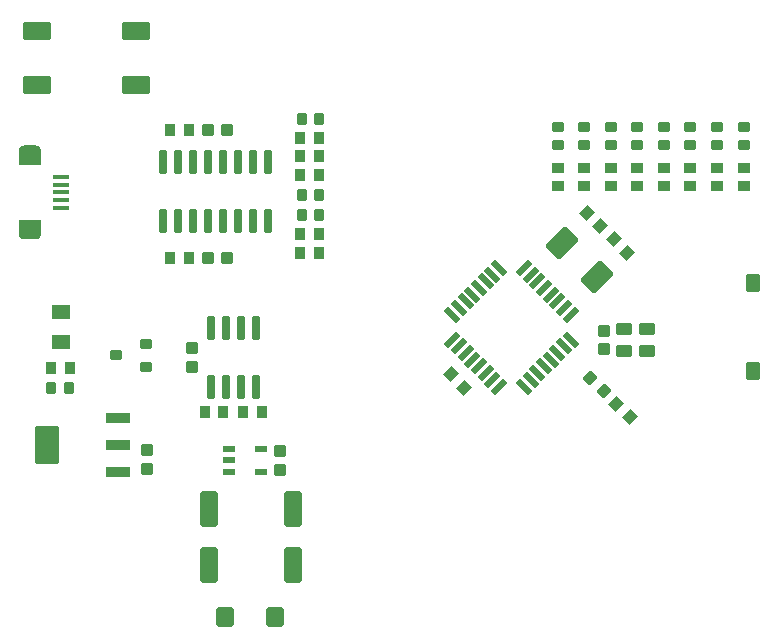
<source format=gtp>
G04*
G04 #@! TF.GenerationSoftware,Altium Limited,Altium Designer,23.0.1 (38)*
G04*
G04 Layer_Color=8421504*
%FSLAX44Y44*%
%MOMM*%
G71*
G04*
G04 #@! TF.SameCoordinates,88FC3FB3-D5F9-4073-A5BC-648FF294B969*
G04*
G04*
G04 #@! TF.FilePolarity,Positive*
G04*
G01*
G75*
G04:AMPARAMS|DCode=20|XSize=1.05mm|YSize=0.8mm|CornerRadius=0.08mm|HoleSize=0mm|Usage=FLASHONLY|Rotation=90.000|XOffset=0mm|YOffset=0mm|HoleType=Round|Shape=RoundedRectangle|*
%AMROUNDEDRECTD20*
21,1,1.0500,0.6400,0,0,90.0*
21,1,0.8900,0.8000,0,0,90.0*
1,1,0.1600,0.3200,0.4450*
1,1,0.1600,0.3200,-0.4450*
1,1,0.1600,-0.3200,-0.4450*
1,1,0.1600,-0.3200,0.4450*
%
%ADD20ROUNDEDRECTD20*%
G04:AMPARAMS|DCode=21|XSize=1.5mm|YSize=1.2mm|CornerRadius=0.12mm|HoleSize=0mm|Usage=FLASHONLY|Rotation=90.000|XOffset=0mm|YOffset=0mm|HoleType=Round|Shape=RoundedRectangle|*
%AMROUNDEDRECTD21*
21,1,1.5000,0.9600,0,0,90.0*
21,1,1.2600,1.2000,0,0,90.0*
1,1,0.2400,0.4800,0.6300*
1,1,0.2400,0.4800,-0.6300*
1,1,0.2400,-0.4800,-0.6300*
1,1,0.2400,-0.4800,0.6300*
%
%ADD21ROUNDEDRECTD21*%
G04:AMPARAMS|DCode=22|XSize=2.4mm|YSize=1.5mm|CornerRadius=0.15mm|HoleSize=0mm|Usage=FLASHONLY|Rotation=180.000|XOffset=0mm|YOffset=0mm|HoleType=Round|Shape=RoundedRectangle|*
%AMROUNDEDRECTD22*
21,1,2.4000,1.2000,0,0,180.0*
21,1,2.1000,1.5000,0,0,180.0*
1,1,0.3000,-1.0500,0.6000*
1,1,0.3000,1.0500,0.6000*
1,1,0.3000,1.0500,-0.6000*
1,1,0.3000,-1.0500,-0.6000*
%
%ADD22ROUNDEDRECTD22*%
G04:AMPARAMS|DCode=23|XSize=3mm|YSize=1.5mm|CornerRadius=0.15mm|HoleSize=0mm|Usage=FLASHONLY|Rotation=90.000|XOffset=0mm|YOffset=0mm|HoleType=Round|Shape=RoundedRectangle|*
%AMROUNDEDRECTD23*
21,1,3.0000,1.2000,0,0,90.0*
21,1,2.7000,1.5000,0,0,90.0*
1,1,0.3000,0.6000,1.3500*
1,1,0.3000,0.6000,-1.3500*
1,1,0.3000,-0.6000,-1.3500*
1,1,0.3000,-0.6000,1.3500*
%
%ADD23ROUNDEDRECTD23*%
G04:AMPARAMS|DCode=24|XSize=1.2mm|YSize=1.6mm|CornerRadius=0.12mm|HoleSize=0mm|Usage=FLASHONLY|Rotation=90.000|XOffset=0mm|YOffset=0mm|HoleType=Round|Shape=RoundedRectangle|*
%AMROUNDEDRECTD24*
21,1,1.2000,1.3600,0,0,90.0*
21,1,0.9600,1.6000,0,0,90.0*
1,1,0.2400,0.6800,0.4800*
1,1,0.2400,0.6800,-0.4800*
1,1,0.2400,-0.6800,-0.4800*
1,1,0.2400,-0.6800,0.4800*
%
%ADD24ROUNDEDRECTD24*%
G04:AMPARAMS|DCode=25|XSize=1mm|YSize=1.4mm|CornerRadius=0.125mm|HoleSize=0mm|Usage=FLASHONLY|Rotation=90.000|XOffset=0mm|YOffset=0mm|HoleType=Round|Shape=RoundedRectangle|*
%AMROUNDEDRECTD25*
21,1,1.0000,1.1500,0,0,90.0*
21,1,0.7500,1.4000,0,0,90.0*
1,1,0.2500,0.5750,0.3750*
1,1,0.2500,0.5750,-0.3750*
1,1,0.2500,-0.5750,-0.3750*
1,1,0.2500,-0.5750,0.3750*
%
%ADD25ROUNDEDRECTD25*%
G04:AMPARAMS|DCode=26|XSize=0.9mm|YSize=1mm|CornerRadius=0.09mm|HoleSize=0mm|Usage=FLASHONLY|Rotation=315.000|XOffset=0mm|YOffset=0mm|HoleType=Round|Shape=RoundedRectangle|*
%AMROUNDEDRECTD26*
21,1,0.9000,0.8200,0,0,315.0*
21,1,0.7200,1.0000,0,0,315.0*
1,1,0.1800,-0.0354,-0.5445*
1,1,0.1800,-0.5445,-0.0354*
1,1,0.1800,0.0354,0.5445*
1,1,0.1800,0.5445,0.0354*
%
%ADD26ROUNDEDRECTD26*%
G04:AMPARAMS|DCode=27|XSize=0.94mm|YSize=1.02mm|CornerRadius=0.094mm|HoleSize=0mm|Usage=FLASHONLY|Rotation=135.000|XOffset=0mm|YOffset=0mm|HoleType=Round|Shape=RoundedRectangle|*
%AMROUNDEDRECTD27*
21,1,0.9400,0.8320,0,0,135.0*
21,1,0.7520,1.0200,0,0,135.0*
1,1,0.1880,0.0283,0.5600*
1,1,0.1880,0.5600,0.0283*
1,1,0.1880,-0.0283,-0.5600*
1,1,0.1880,-0.5600,-0.0283*
%
%ADD27ROUNDEDRECTD27*%
G04:AMPARAMS|DCode=28|XSize=0.9mm|YSize=1mm|CornerRadius=0.09mm|HoleSize=0mm|Usage=FLASHONLY|Rotation=0.000|XOffset=0mm|YOffset=0mm|HoleType=Round|Shape=RoundedRectangle|*
%AMROUNDEDRECTD28*
21,1,0.9000,0.8200,0,0,0.0*
21,1,0.7200,1.0000,0,0,0.0*
1,1,0.1800,0.3600,-0.4100*
1,1,0.1800,-0.3600,-0.4100*
1,1,0.1800,-0.3600,0.4100*
1,1,0.1800,0.3600,0.4100*
%
%ADD28ROUNDEDRECTD28*%
G04:AMPARAMS|DCode=29|XSize=0.4mm|YSize=1.35mm|CornerRadius=0.04mm|HoleSize=0mm|Usage=FLASHONLY|Rotation=270.000|XOffset=0mm|YOffset=0mm|HoleType=Round|Shape=RoundedRectangle|*
%AMROUNDEDRECTD29*
21,1,0.4000,1.2700,0,0,270.0*
21,1,0.3200,1.3500,0,0,270.0*
1,1,0.0800,-0.6350,-0.1600*
1,1,0.0800,-0.6350,0.1600*
1,1,0.0800,0.6350,0.1600*
1,1,0.0800,0.6350,-0.1600*
%
%ADD29ROUNDEDRECTD29*%
G04:AMPARAMS|DCode=30|XSize=0.94mm|YSize=1.02mm|CornerRadius=0.094mm|HoleSize=0mm|Usage=FLASHONLY|Rotation=180.000|XOffset=0mm|YOffset=0mm|HoleType=Round|Shape=RoundedRectangle|*
%AMROUNDEDRECTD30*
21,1,0.9400,0.8320,0,0,180.0*
21,1,0.7520,1.0200,0,0,180.0*
1,1,0.1880,-0.3760,0.4160*
1,1,0.1880,0.3760,0.4160*
1,1,0.1880,0.3760,-0.4160*
1,1,0.1880,-0.3760,-0.4160*
%
%ADD30ROUNDEDRECTD30*%
G04:AMPARAMS|DCode=31|XSize=1.97mm|YSize=0.6mm|CornerRadius=0.075mm|HoleSize=0mm|Usage=FLASHONLY|Rotation=90.000|XOffset=0mm|YOffset=0mm|HoleType=Round|Shape=RoundedRectangle|*
%AMROUNDEDRECTD31*
21,1,1.9700,0.4500,0,0,90.0*
21,1,1.8200,0.6000,0,0,90.0*
1,1,0.1500,0.2250,0.9100*
1,1,0.1500,0.2250,-0.9100*
1,1,0.1500,-0.2250,-0.9100*
1,1,0.1500,-0.2250,0.9100*
%
%ADD31ROUNDEDRECTD31*%
G04:AMPARAMS|DCode=32|XSize=0.9mm|YSize=0.95mm|CornerRadius=0.09mm|HoleSize=0mm|Usage=FLASHONLY|Rotation=270.000|XOffset=0mm|YOffset=0mm|HoleType=Round|Shape=RoundedRectangle|*
%AMROUNDEDRECTD32*
21,1,0.9000,0.7700,0,0,270.0*
21,1,0.7200,0.9500,0,0,270.0*
1,1,0.1800,-0.3850,-0.3600*
1,1,0.1800,-0.3850,0.3600*
1,1,0.1800,0.3850,0.3600*
1,1,0.1800,0.3850,-0.3600*
%
%ADD32ROUNDEDRECTD32*%
G04:AMPARAMS|DCode=33|XSize=3.24mm|YSize=2mm|CornerRadius=0.15mm|HoleSize=0mm|Usage=FLASHONLY|Rotation=90.000|XOffset=0mm|YOffset=0mm|HoleType=Round|Shape=RoundedRectangle|*
%AMROUNDEDRECTD33*
21,1,3.2400,1.7000,0,0,90.0*
21,1,2.9400,2.0000,0,0,90.0*
1,1,0.3000,0.8500,1.4700*
1,1,0.3000,0.8500,-1.4700*
1,1,0.3000,-0.8500,-1.4700*
1,1,0.3000,-0.8500,1.4700*
%
%ADD33ROUNDEDRECTD33*%
G04:AMPARAMS|DCode=34|XSize=0.93mm|YSize=2mm|CornerRadius=0.0698mm|HoleSize=0mm|Usage=FLASHONLY|Rotation=90.000|XOffset=0mm|YOffset=0mm|HoleType=Round|Shape=RoundedRectangle|*
%AMROUNDEDRECTD34*
21,1,0.9300,1.8605,0,0,90.0*
21,1,0.7905,2.0000,0,0,90.0*
1,1,0.1395,0.9303,0.3953*
1,1,0.1395,0.9303,-0.3953*
1,1,0.1395,-0.9303,-0.3953*
1,1,0.1395,-0.9303,0.3953*
%
%ADD34ROUNDEDRECTD34*%
G04:AMPARAMS|DCode=35|XSize=0.94mm|YSize=1.02mm|CornerRadius=0.094mm|HoleSize=0mm|Usage=FLASHONLY|Rotation=90.000|XOffset=0mm|YOffset=0mm|HoleType=Round|Shape=RoundedRectangle|*
%AMROUNDEDRECTD35*
21,1,0.9400,0.8320,0,0,90.0*
21,1,0.7520,1.0200,0,0,90.0*
1,1,0.1880,0.4160,0.3760*
1,1,0.1880,0.4160,-0.3760*
1,1,0.1880,-0.4160,-0.3760*
1,1,0.1880,-0.4160,0.3760*
%
%ADD35ROUNDEDRECTD35*%
G04:AMPARAMS|DCode=36|XSize=1mm|YSize=0.55mm|CornerRadius=0.055mm|HoleSize=0mm|Usage=FLASHONLY|Rotation=0.000|XOffset=0mm|YOffset=0mm|HoleType=Round|Shape=RoundedRectangle|*
%AMROUNDEDRECTD36*
21,1,1.0000,0.4400,0,0,0.0*
21,1,0.8900,0.5500,0,0,0.0*
1,1,0.1100,0.4450,-0.2200*
1,1,0.1100,-0.4450,-0.2200*
1,1,0.1100,-0.4450,0.2200*
1,1,0.1100,0.4450,0.2200*
%
%ADD36ROUNDEDRECTD36*%
G04:AMPARAMS|DCode=37|XSize=1.7mm|YSize=2.4mm|CornerRadius=0.17mm|HoleSize=0mm|Usage=FLASHONLY|Rotation=135.000|XOffset=0mm|YOffset=0mm|HoleType=Round|Shape=RoundedRectangle|*
%AMROUNDEDRECTD37*
21,1,1.7000,2.0600,0,0,135.0*
21,1,1.3600,2.4000,0,0,135.0*
1,1,0.3400,0.2475,1.2092*
1,1,0.3400,1.2092,0.2475*
1,1,0.3400,-0.2475,-1.2092*
1,1,0.3400,-1.2092,-0.2475*
%
%ADD37ROUNDEDRECTD37*%
G04:AMPARAMS|DCode=38|XSize=0.55mm|YSize=1.5mm|CornerRadius=0.0825mm|HoleSize=0mm|Usage=FLASHONLY|Rotation=225.000|XOffset=0mm|YOffset=0mm|HoleType=Round|Shape=RoundedRectangle|*
%AMROUNDEDRECTD38*
21,1,0.5500,1.3350,0,0,225.0*
21,1,0.3850,1.5000,0,0,225.0*
1,1,0.1650,-0.6081,0.3359*
1,1,0.1650,-0.3359,0.6081*
1,1,0.1650,0.6081,-0.3359*
1,1,0.1650,0.3359,-0.6081*
%
%ADD38ROUNDEDRECTD38*%
G04:AMPARAMS|DCode=39|XSize=1.5mm|YSize=0.55mm|CornerRadius=0.0825mm|HoleSize=0mm|Usage=FLASHONLY|Rotation=225.000|XOffset=0mm|YOffset=0mm|HoleType=Round|Shape=RoundedRectangle|*
%AMROUNDEDRECTD39*
21,1,1.5000,0.3850,0,0,225.0*
21,1,1.3350,0.5500,0,0,225.0*
1,1,0.1650,-0.6081,-0.3359*
1,1,0.1650,0.3359,0.6081*
1,1,0.1650,0.6081,0.3359*
1,1,0.1650,-0.3359,-0.6081*
%
%ADD39ROUNDEDRECTD39*%
G04:AMPARAMS|DCode=40|XSize=1.05mm|YSize=0.8mm|CornerRadius=0.08mm|HoleSize=0mm|Usage=FLASHONLY|Rotation=180.000|XOffset=0mm|YOffset=0mm|HoleType=Round|Shape=RoundedRectangle|*
%AMROUNDEDRECTD40*
21,1,1.0500,0.6400,0,0,180.0*
21,1,0.8900,0.8000,0,0,180.0*
1,1,0.1600,-0.4450,0.3200*
1,1,0.1600,0.4450,0.3200*
1,1,0.1600,0.4450,-0.3200*
1,1,0.1600,-0.4450,-0.3200*
%
%ADD40ROUNDEDRECTD40*%
G04:AMPARAMS|DCode=41|XSize=0.9mm|YSize=1mm|CornerRadius=0.09mm|HoleSize=0mm|Usage=FLASHONLY|Rotation=90.000|XOffset=0mm|YOffset=0mm|HoleType=Round|Shape=RoundedRectangle|*
%AMROUNDEDRECTD41*
21,1,0.9000,0.8200,0,0,90.0*
21,1,0.7200,1.0000,0,0,90.0*
1,1,0.1800,0.4100,0.3600*
1,1,0.1800,0.4100,-0.3600*
1,1,0.1800,-0.4100,-0.3600*
1,1,0.1800,-0.4100,0.3600*
%
%ADD41ROUNDEDRECTD41*%
G04:AMPARAMS|DCode=42|XSize=1.65mm|YSize=1.45mm|CornerRadius=0.145mm|HoleSize=0mm|Usage=FLASHONLY|Rotation=90.000|XOffset=0mm|YOffset=0mm|HoleType=Round|Shape=RoundedRectangle|*
%AMROUNDEDRECTD42*
21,1,1.6500,1.1600,0,0,90.0*
21,1,1.3600,1.4500,0,0,90.0*
1,1,0.2900,0.5800,0.6800*
1,1,0.2900,0.5800,-0.6800*
1,1,0.2900,-0.5800,-0.6800*
1,1,0.2900,-0.5800,0.6800*
%
%ADD42ROUNDEDRECTD42*%
G36*
X30993Y345302D02*
X30974Y345055D01*
X30942Y344808D01*
X30896Y344563D01*
X30838Y344322D01*
X30768Y344083D01*
X30684Y343849D01*
X30589Y343619D01*
X30482Y343395D01*
X30364Y343176D01*
X30234Y342964D01*
X30093Y342759D01*
X29941Y342562D01*
X29780Y342373D01*
X29609Y342192D01*
X29428Y342021D01*
X29239Y341860D01*
X29042Y341708D01*
X28837Y341567D01*
X28625Y341437D01*
X28406Y341319D01*
X28182Y341212D01*
X27952Y341116D01*
X27718Y341034D01*
X27479Y340963D01*
X27238Y340905D01*
X26993Y340859D01*
X26746Y340827D01*
X26499Y340807D01*
X26250Y340801D01*
X16750D01*
X16501Y340807D01*
X16253Y340827D01*
X16007Y340859D01*
X15762Y340905D01*
X15521Y340963D01*
X15282Y341034D01*
X15048Y341116D01*
X14818Y341212D01*
X14593Y341319D01*
X14375Y341437D01*
X14163Y341567D01*
X13958Y341708D01*
X13761Y341860D01*
X13572Y342021D01*
X13391Y342192D01*
X13220Y342373D01*
X13059Y342562D01*
X12907Y342759D01*
X12766Y342964D01*
X12636Y343176D01*
X12518Y343395D01*
X12411Y343619D01*
X12315Y343849D01*
X12232Y344083D01*
X12162Y344322D01*
X12104Y344563D01*
X12058Y344808D01*
X12026Y345055D01*
X12006Y345302D01*
X12000Y345551D01*
Y357551D01*
X31000D01*
Y345551D01*
X30993Y345302D01*
D02*
G37*
G36*
X12000Y403551D02*
Y415551D01*
X12006Y415800D01*
X12026Y416048D01*
X12058Y416294D01*
X12104Y416539D01*
X12162Y416780D01*
X12232Y417019D01*
X12315Y417253D01*
X12411Y417483D01*
X12518Y417707D01*
X12636Y417926D01*
X12766Y418138D01*
X12907Y418343D01*
X13059Y418540D01*
X13220Y418729D01*
X13391Y418910D01*
X13572Y419081D01*
X13761Y419243D01*
X13958Y419394D01*
X14163Y419535D01*
X14375Y419665D01*
X14593Y419783D01*
X14818Y419890D01*
X15048Y419986D01*
X15282Y420069D01*
X15521Y420139D01*
X15762Y420197D01*
X16007Y420243D01*
X16253Y420275D01*
X16501Y420294D01*
X16750Y420301D01*
X26250D01*
X26499Y420294D01*
X26746Y420275D01*
X26993Y420243D01*
X27238Y420197D01*
X27479Y420139D01*
X27718Y420069D01*
X27952Y419986D01*
X28182Y419890D01*
X28406Y419783D01*
X28625Y419665D01*
X28837Y419535D01*
X29042Y419394D01*
X29239Y419243D01*
X29428Y419081D01*
X29609Y418910D01*
X29780Y418729D01*
X29941Y418540D01*
X30093Y418343D01*
X30234Y418138D01*
X30364Y417926D01*
X30482Y417707D01*
X30589Y417483D01*
X30684Y417253D01*
X30768Y417019D01*
X30838Y416780D01*
X30896Y416539D01*
X30942Y416294D01*
X30974Y416048D01*
X30993Y415800D01*
X31000Y415551D01*
Y403551D01*
X12000D01*
D02*
G37*
D20*
X251684Y361590D02*
D03*
X266684D02*
D03*
X251684Y443091D02*
D03*
X266684D02*
D03*
X39628Y215072D02*
D03*
X54628D02*
D03*
X266684Y378551D02*
D03*
X251684D02*
D03*
D21*
X633950Y303859D02*
D03*
Y228929D02*
D03*
D22*
X111596Y471784D02*
D03*
Y516784D02*
D03*
X27596D02*
D03*
Y471784D02*
D03*
D23*
X244634Y65265D02*
D03*
Y112265D02*
D03*
X172903D02*
D03*
Y65265D02*
D03*
D24*
X48250Y253894D02*
D03*
Y278894D02*
D03*
D25*
X524568Y264815D02*
D03*
Y246115D02*
D03*
X544160D02*
D03*
Y264815D02*
D03*
D26*
X507205Y212318D02*
D03*
X496032Y223491D02*
D03*
D27*
X529282Y190418D02*
D03*
X518110Y201590D02*
D03*
X493328Y363250D02*
D03*
X504500Y352077D02*
D03*
X527020Y329491D02*
D03*
X515847Y340663D02*
D03*
X377877Y226425D02*
D03*
X389049Y215253D02*
D03*
D28*
X266196Y328848D02*
D03*
X250396Y328848D02*
D03*
X266196Y411291D02*
D03*
X250396Y411291D02*
D03*
X156347Y433614D02*
D03*
X140547D02*
D03*
X140547Y324967D02*
D03*
X156347Y324967D02*
D03*
X39600Y232032D02*
D03*
X55400D02*
D03*
X217700Y194204D02*
D03*
X201900Y194204D02*
D03*
X185271Y194204D02*
D03*
X169471Y194204D02*
D03*
X266196Y345152D02*
D03*
X250396Y345152D02*
D03*
X266196Y395151D02*
D03*
X250396D02*
D03*
X266196Y426672D02*
D03*
X250396Y426672D02*
D03*
D29*
X48250Y393551D02*
D03*
Y387051D02*
D03*
X48250Y380551D02*
D03*
X48250Y374051D02*
D03*
Y367551D02*
D03*
D30*
X172503Y433502D02*
D03*
X188303D02*
D03*
X172503Y324966D02*
D03*
X188303D02*
D03*
D31*
X134453Y405936D02*
D03*
X147153Y405936D02*
D03*
X159853Y405936D02*
D03*
X172553D02*
D03*
X185253D02*
D03*
X197953D02*
D03*
X210653Y405936D02*
D03*
X223353Y405936D02*
D03*
X223353Y356436D02*
D03*
X210653D02*
D03*
X197953D02*
D03*
X185253D02*
D03*
X172553D02*
D03*
X159853D02*
D03*
X147153D02*
D03*
X134453D02*
D03*
X174700Y265462D02*
D03*
X187400Y265462D02*
D03*
X200100D02*
D03*
X212800Y265462D02*
D03*
X212800Y216061D02*
D03*
X200100D02*
D03*
X187400D02*
D03*
X174700Y216061D02*
D03*
D32*
X119500Y233032D02*
D03*
X94500Y242532D02*
D03*
X119500Y252032D02*
D03*
D33*
X36000Y166654D02*
D03*
D34*
X96000Y189554D02*
D03*
Y166654D02*
D03*
Y143754D02*
D03*
D35*
X120469Y162554D02*
D03*
Y146754D02*
D03*
X233087Y161438D02*
D03*
Y145638D02*
D03*
X507377Y263365D02*
D03*
X507377Y247565D02*
D03*
X158552Y232632D02*
D03*
Y248432D02*
D03*
D36*
X217145Y163062D02*
D03*
Y144062D02*
D03*
X190145D02*
D03*
Y153562D02*
D03*
X190145Y163062D02*
D03*
D37*
X472344Y337974D02*
D03*
X501336Y308982D02*
D03*
D38*
X479465Y255788D02*
D03*
X473808Y250131D02*
D03*
X468151Y244474D02*
D03*
X462494Y238817D02*
D03*
X456837Y233160D02*
D03*
X451180Y227503D02*
D03*
X445523Y221846D02*
D03*
X439867Y216190D02*
D03*
X379055Y277001D02*
D03*
X384712Y282658D02*
D03*
X390369Y288314D02*
D03*
X396026Y293971D02*
D03*
X401683Y299628D02*
D03*
X407340Y305285D02*
D03*
X412997Y310942D02*
D03*
X418653Y316599D02*
D03*
D39*
Y216190D02*
D03*
X412997Y221846D02*
D03*
X407340Y227503D02*
D03*
X401683Y233160D02*
D03*
X396026Y238817D02*
D03*
X390369Y244474D02*
D03*
X384712Y250131D02*
D03*
X379055Y255788D02*
D03*
X439867Y316599D02*
D03*
X445523Y310942D02*
D03*
X451180Y305285D02*
D03*
X456837Y299628D02*
D03*
X462494Y293971D02*
D03*
X468151Y288314D02*
D03*
X473808Y282658D02*
D03*
X479465Y277001D02*
D03*
D40*
X468419Y435597D02*
D03*
Y420597D02*
D03*
X603249Y435597D02*
D03*
Y420597D02*
D03*
X513362Y435597D02*
D03*
Y420597D02*
D03*
X535834Y435597D02*
D03*
Y420597D02*
D03*
X558306Y435597D02*
D03*
Y420597D02*
D03*
X580778Y435597D02*
D03*
Y420597D02*
D03*
X490891Y435597D02*
D03*
Y420597D02*
D03*
X625721Y435597D02*
D03*
Y420597D02*
D03*
D41*
X468420Y401516D02*
D03*
Y385716D02*
D03*
X625722Y401516D02*
D03*
Y385716D02*
D03*
X490891Y401516D02*
D03*
Y385716D02*
D03*
X513363Y401516D02*
D03*
Y385716D02*
D03*
X580778Y401516D02*
D03*
Y385716D02*
D03*
X603250Y401516D02*
D03*
Y385716D02*
D03*
X558306Y401516D02*
D03*
Y385716D02*
D03*
X535835Y401516D02*
D03*
Y385716D02*
D03*
D42*
X229000Y21250D02*
D03*
X186500D02*
D03*
M02*

</source>
